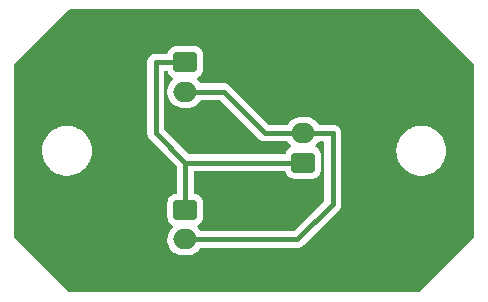
<source format=gtl>
%TF.GenerationSoftware,KiCad,Pcbnew,(6.0.7)*%
%TF.CreationDate,2022-09-09T14:18:56-05:00*%
%TF.ProjectId,Voron Fan PCB,566f726f-6e20-4466-916e-205043422e6b,rev?*%
%TF.SameCoordinates,Original*%
%TF.FileFunction,Copper,L1,Top*%
%TF.FilePolarity,Positive*%
%FSLAX46Y46*%
G04 Gerber Fmt 4.6, Leading zero omitted, Abs format (unit mm)*
G04 Created by KiCad (PCBNEW (6.0.7)) date 2022-09-09 14:18:56*
%MOMM*%
%LPD*%
G01*
G04 APERTURE LIST*
G04 Aperture macros list*
%AMRoundRect*
0 Rectangle with rounded corners*
0 $1 Rounding radius*
0 $2 $3 $4 $5 $6 $7 $8 $9 X,Y pos of 4 corners*
0 Add a 4 corners polygon primitive as box body*
4,1,4,$2,$3,$4,$5,$6,$7,$8,$9,$2,$3,0*
0 Add four circle primitives for the rounded corners*
1,1,$1+$1,$2,$3*
1,1,$1+$1,$4,$5*
1,1,$1+$1,$6,$7*
1,1,$1+$1,$8,$9*
0 Add four rect primitives between the rounded corners*
20,1,$1+$1,$2,$3,$4,$5,0*
20,1,$1+$1,$4,$5,$6,$7,0*
20,1,$1+$1,$6,$7,$8,$9,0*
20,1,$1+$1,$8,$9,$2,$3,0*%
G04 Aperture macros list end*
%TA.AperFunction,ComponentPad*%
%ADD10RoundRect,0.250000X0.750000X-0.600000X0.750000X0.600000X-0.750000X0.600000X-0.750000X-0.600000X0*%
%TD*%
%TA.AperFunction,ComponentPad*%
%ADD11O,2.000000X1.700000*%
%TD*%
%TA.AperFunction,ComponentPad*%
%ADD12RoundRect,0.250000X-0.750000X0.600000X-0.750000X-0.600000X0.750000X-0.600000X0.750000X0.600000X0*%
%TD*%
%TA.AperFunction,Conductor*%
%ADD13C,0.406000*%
%TD*%
G04 APERTURE END LIST*
D10*
%TO.P,Board,1,Pin_1*%
%TO.N,Net-(J1-Pad1)*%
X90000000Y-58500000D03*
D11*
%TO.P,Board,2,Pin_2*%
%TO.N,Net-(J1-Pad2)*%
X90000000Y-56000000D03*
%TD*%
D12*
%TO.P,Fan 1,1,Pin_1*%
%TO.N,Net-(J1-Pad1)*%
X80000000Y-62500000D03*
D11*
%TO.P,Fan 1,2,Pin_2*%
%TO.N,Net-(J1-Pad2)*%
X80000000Y-65000000D03*
%TD*%
D12*
%TO.P,Fan 2,1,Pin_1*%
%TO.N,Net-(J1-Pad1)*%
X80000000Y-50000000D03*
D11*
%TO.P,Fan 2,2,Pin_2*%
%TO.N,Net-(J1-Pad2)*%
X80000000Y-52500000D03*
%TD*%
D13*
%TO.N,Net-(J1-Pad1)*%
X90000000Y-58500000D02*
X80000000Y-58500000D01*
X77500000Y-56000000D02*
X80000000Y-58500000D01*
X77500000Y-50000000D02*
X77500000Y-56000000D01*
X80000000Y-50000000D02*
X77500000Y-50000000D01*
X80000000Y-58500000D02*
X80000000Y-62500000D01*
%TO.N,Net-(J1-Pad2)*%
X86750000Y-56000000D02*
X90000000Y-56000000D01*
X92500000Y-56000000D02*
X90000000Y-56000000D01*
X92500000Y-62000000D02*
X92500000Y-56000000D01*
X89500000Y-65000000D02*
X92500000Y-62000000D01*
X83250000Y-52500000D02*
X86750000Y-56000000D01*
X80000000Y-52500000D02*
X83250000Y-52500000D01*
X80000000Y-65000000D02*
X89500000Y-65000000D01*
%TD*%
%TA.AperFunction,NonConductor*%
G36*
X78464903Y-50731502D02*
G01*
X78511396Y-50785158D01*
X78516303Y-50797616D01*
X78558450Y-50923946D01*
X78651522Y-51074348D01*
X78776697Y-51199305D01*
X78922340Y-51289081D01*
X78969832Y-51341852D01*
X78981256Y-51411924D01*
X78952982Y-51477048D01*
X78943195Y-51487510D01*
X78828865Y-51596576D01*
X78691246Y-51781542D01*
X78688830Y-51786293D01*
X78688828Y-51786297D01*
X78648514Y-51865590D01*
X78586760Y-51987051D01*
X78585178Y-51992145D01*
X78585177Y-51992148D01*
X78578273Y-52014384D01*
X78518393Y-52207227D01*
X78488102Y-52435774D01*
X78496751Y-52666158D01*
X78544093Y-52891791D01*
X78628776Y-53106221D01*
X78631543Y-53110780D01*
X78631544Y-53110783D01*
X78715056Y-53248405D01*
X78748377Y-53303317D01*
X78751874Y-53307347D01*
X78838438Y-53407103D01*
X78899477Y-53477445D01*
X78903608Y-53480832D01*
X79073627Y-53620240D01*
X79073633Y-53620244D01*
X79077755Y-53623624D01*
X79082391Y-53626263D01*
X79082394Y-53626265D01*
X79191422Y-53688327D01*
X79278114Y-53737675D01*
X79494825Y-53816337D01*
X79500074Y-53817286D01*
X79500077Y-53817287D01*
X79717608Y-53856623D01*
X79717615Y-53856624D01*
X79721692Y-53857361D01*
X79739414Y-53858197D01*
X79744356Y-53858430D01*
X79744363Y-53858430D01*
X79745844Y-53858500D01*
X80207890Y-53858500D01*
X80274809Y-53852822D01*
X80374409Y-53844371D01*
X80374413Y-53844370D01*
X80379720Y-53843920D01*
X80384875Y-53842582D01*
X80384881Y-53842581D01*
X80597703Y-53787343D01*
X80597707Y-53787342D01*
X80602872Y-53786001D01*
X80607738Y-53783809D01*
X80607741Y-53783808D01*
X80808202Y-53693507D01*
X80813075Y-53691312D01*
X81004319Y-53562559D01*
X81171135Y-53403424D01*
X81276144Y-53262287D01*
X81332854Y-53219574D01*
X81377233Y-53211500D01*
X82903097Y-53211500D01*
X82971218Y-53231502D01*
X82992192Y-53248405D01*
X86226358Y-56482571D01*
X86232212Y-56488836D01*
X86270417Y-56532631D01*
X86322917Y-56569528D01*
X86328202Y-56573454D01*
X86372738Y-56608374D01*
X86378716Y-56613061D01*
X86385639Y-56616187D01*
X86387672Y-56617418D01*
X86403007Y-56626165D01*
X86405097Y-56627286D01*
X86411311Y-56631653D01*
X86418388Y-56634412D01*
X86471109Y-56654967D01*
X86477181Y-56657519D01*
X86535669Y-56683928D01*
X86543141Y-56685313D01*
X86545436Y-56686032D01*
X86562375Y-56690858D01*
X86564682Y-56691450D01*
X86571757Y-56694209D01*
X86579286Y-56695200D01*
X86579289Y-56695201D01*
X86623273Y-56700991D01*
X86635403Y-56702588D01*
X86641900Y-56703616D01*
X86704996Y-56715311D01*
X86712576Y-56714874D01*
X86712577Y-56714874D01*
X86767467Y-56711709D01*
X86774720Y-56711500D01*
X88621736Y-56711500D01*
X88689857Y-56731502D01*
X88729454Y-56772134D01*
X88745606Y-56798751D01*
X88748377Y-56803317D01*
X88751874Y-56807347D01*
X88844913Y-56914565D01*
X88899477Y-56977445D01*
X88935120Y-57006670D01*
X88975114Y-57065329D01*
X88977046Y-57136299D01*
X88940302Y-57197048D01*
X88921532Y-57211248D01*
X88911507Y-57217452D01*
X88775652Y-57301522D01*
X88650695Y-57426697D01*
X88646855Y-57432927D01*
X88646854Y-57432928D01*
X88570298Y-57557125D01*
X88557885Y-57577262D01*
X88526877Y-57670748D01*
X88516456Y-57702167D01*
X88476025Y-57760527D01*
X88410461Y-57787764D01*
X88396863Y-57788500D01*
X80346903Y-57788500D01*
X80278782Y-57768498D01*
X80257808Y-57751595D01*
X78248405Y-55742192D01*
X78214379Y-55679880D01*
X78211500Y-55653097D01*
X78211500Y-50837500D01*
X78231502Y-50769379D01*
X78285158Y-50722886D01*
X78337500Y-50711500D01*
X78396782Y-50711500D01*
X78464903Y-50731502D01*
G37*
%TD.AperFunction*%
%TA.AperFunction,NonConductor*%
G36*
X91730621Y-56731502D02*
G01*
X91777114Y-56785158D01*
X91788500Y-56837500D01*
X91788500Y-61653097D01*
X91768498Y-61721218D01*
X91751595Y-61742192D01*
X89242192Y-64251595D01*
X89179880Y-64285621D01*
X89153097Y-64288500D01*
X81378264Y-64288500D01*
X81310143Y-64268498D01*
X81270546Y-64227866D01*
X81254394Y-64201249D01*
X81254392Y-64201247D01*
X81251623Y-64196683D01*
X81164755Y-64096576D01*
X81104023Y-64026588D01*
X81104021Y-64026586D01*
X81100523Y-64022555D01*
X81064880Y-63993330D01*
X81024886Y-63934671D01*
X81022954Y-63863701D01*
X81059698Y-63802952D01*
X81078468Y-63788752D01*
X81218120Y-63702332D01*
X81224348Y-63698478D01*
X81349305Y-63573303D01*
X81442115Y-63422738D01*
X81497797Y-63254861D01*
X81508500Y-63150400D01*
X81508500Y-61849600D01*
X81497526Y-61743834D01*
X81441550Y-61576054D01*
X81348478Y-61425652D01*
X81223303Y-61300695D01*
X81217072Y-61296854D01*
X81078968Y-61211725D01*
X81078966Y-61211724D01*
X81072738Y-61207885D01*
X80912254Y-61154655D01*
X80911389Y-61154368D01*
X80911387Y-61154368D01*
X80904861Y-61152203D01*
X80898023Y-61151502D01*
X80898021Y-61151502D01*
X80824657Y-61143985D01*
X80758930Y-61117143D01*
X80718148Y-61059028D01*
X80711500Y-61018641D01*
X80711500Y-59337500D01*
X80731502Y-59269379D01*
X80785158Y-59222886D01*
X80837500Y-59211500D01*
X88396782Y-59211500D01*
X88464903Y-59231502D01*
X88511396Y-59285158D01*
X88516303Y-59297616D01*
X88558450Y-59423946D01*
X88651522Y-59574348D01*
X88776697Y-59699305D01*
X88782927Y-59703145D01*
X88782928Y-59703146D01*
X88920090Y-59787694D01*
X88927262Y-59792115D01*
X89007005Y-59818564D01*
X89088611Y-59845632D01*
X89088613Y-59845632D01*
X89095139Y-59847797D01*
X89101975Y-59848497D01*
X89101978Y-59848498D01*
X89145031Y-59852909D01*
X89199600Y-59858500D01*
X90800400Y-59858500D01*
X90803646Y-59858163D01*
X90803650Y-59858163D01*
X90899308Y-59848238D01*
X90899312Y-59848237D01*
X90906166Y-59847526D01*
X90912702Y-59845345D01*
X90912704Y-59845345D01*
X91044806Y-59801272D01*
X91073946Y-59791550D01*
X91224348Y-59698478D01*
X91349305Y-59573303D01*
X91356697Y-59561311D01*
X91438275Y-59428968D01*
X91438276Y-59428966D01*
X91442115Y-59422738D01*
X91497797Y-59254861D01*
X91500191Y-59231502D01*
X91508172Y-59153598D01*
X91508500Y-59150400D01*
X91508500Y-57849600D01*
X91506530Y-57830613D01*
X91498238Y-57750692D01*
X91498237Y-57750688D01*
X91497526Y-57743834D01*
X91441550Y-57576054D01*
X91348478Y-57425652D01*
X91223303Y-57300695D01*
X91077660Y-57210919D01*
X91030168Y-57158148D01*
X91018744Y-57088076D01*
X91047018Y-57022952D01*
X91056805Y-57012490D01*
X91103385Y-56968054D01*
X91171135Y-56903424D01*
X91276144Y-56762287D01*
X91332854Y-56719574D01*
X91377233Y-56711500D01*
X91662500Y-56711500D01*
X91730621Y-56731502D01*
G37*
%TD.AperFunction*%
%TA.AperFunction,NonConductor*%
G36*
X99805304Y-45528502D02*
G01*
X99826278Y-45545405D01*
X104454595Y-50173723D01*
X104488621Y-50236035D01*
X104491500Y-50262818D01*
X104491500Y-64737183D01*
X104471498Y-64805304D01*
X104454595Y-64826278D01*
X99826278Y-69454595D01*
X99763966Y-69488621D01*
X99737183Y-69491500D01*
X70262817Y-69491500D01*
X70194696Y-69471498D01*
X70173722Y-69454595D01*
X65545405Y-64826278D01*
X65511379Y-64763966D01*
X65508500Y-64737183D01*
X65508500Y-57477869D01*
X67886689Y-57477869D01*
X67903238Y-57764883D01*
X67904063Y-57769088D01*
X67904064Y-57769096D01*
X67936010Y-57931921D01*
X67958586Y-58046995D01*
X67959973Y-58051045D01*
X67959974Y-58051050D01*
X68035557Y-58271807D01*
X68051710Y-58318986D01*
X68053637Y-58322817D01*
X68141310Y-58497135D01*
X68180885Y-58575822D01*
X68222166Y-58635886D01*
X68331325Y-58794713D01*
X68343721Y-58812750D01*
X68537206Y-59025388D01*
X68540501Y-59028143D01*
X68540502Y-59028144D01*
X68591258Y-59070582D01*
X68757759Y-59209798D01*
X69001298Y-59362571D01*
X69263318Y-59480877D01*
X69267437Y-59482097D01*
X69534857Y-59561311D01*
X69534862Y-59561312D01*
X69538970Y-59562529D01*
X69543204Y-59563177D01*
X69543209Y-59563178D01*
X69791811Y-59601219D01*
X69823153Y-59606015D01*
X69969485Y-59608314D01*
X70106317Y-59610464D01*
X70106323Y-59610464D01*
X70110608Y-59610531D01*
X70114860Y-59610016D01*
X70114868Y-59610016D01*
X70391756Y-59576508D01*
X70391761Y-59576507D01*
X70396017Y-59575992D01*
X70674097Y-59503039D01*
X70939704Y-59393021D01*
X71173903Y-59256166D01*
X71184219Y-59250138D01*
X71184220Y-59250137D01*
X71187922Y-59247974D01*
X71414159Y-59070582D01*
X71455285Y-59028144D01*
X71611244Y-58867206D01*
X71614227Y-58864128D01*
X71616760Y-58860680D01*
X71616764Y-58860675D01*
X71781887Y-58635886D01*
X71784425Y-58632431D01*
X71921604Y-58379779D01*
X72023225Y-58110848D01*
X72079680Y-57864350D01*
X72086449Y-57834797D01*
X72086450Y-57834793D01*
X72087407Y-57830613D01*
X72091166Y-57788500D01*
X72112743Y-57546726D01*
X72112743Y-57546724D01*
X72112963Y-57544260D01*
X72113427Y-57500000D01*
X72111479Y-57471428D01*
X72094165Y-57217452D01*
X72094164Y-57217446D01*
X72093873Y-57213175D01*
X72089336Y-57191264D01*
X72036443Y-56935855D01*
X72035574Y-56931658D01*
X71939607Y-56660657D01*
X71807750Y-56405188D01*
X71794488Y-56386317D01*
X71725095Y-56287582D01*
X71642441Y-56169977D01*
X71519346Y-56037511D01*
X76784257Y-56037511D01*
X76785562Y-56044987D01*
X76785562Y-56044990D01*
X76795291Y-56100734D01*
X76796254Y-56107260D01*
X76803963Y-56170963D01*
X76806648Y-56178070D01*
X76807216Y-56180381D01*
X76811878Y-56197422D01*
X76812560Y-56199682D01*
X76813865Y-56207157D01*
X76839670Y-56265944D01*
X76842151Y-56272024D01*
X76864835Y-56332056D01*
X76869140Y-56338319D01*
X76870270Y-56340481D01*
X76878801Y-56355809D01*
X76880030Y-56357887D01*
X76883083Y-56364843D01*
X76887706Y-56370868D01*
X76887711Y-56370876D01*
X76922160Y-56415769D01*
X76926024Y-56421086D01*
X76962376Y-56473979D01*
X76968046Y-56479031D01*
X76968047Y-56479032D01*
X77009106Y-56515614D01*
X77014382Y-56520595D01*
X79251595Y-58757808D01*
X79285621Y-58820120D01*
X79288500Y-58846903D01*
X79288500Y-61018673D01*
X79268498Y-61086794D01*
X79214842Y-61133287D01*
X79175504Y-61144000D01*
X79100692Y-61151762D01*
X79100688Y-61151763D01*
X79093834Y-61152474D01*
X79087298Y-61154655D01*
X79087296Y-61154655D01*
X78955194Y-61198728D01*
X78926054Y-61208450D01*
X78775652Y-61301522D01*
X78650695Y-61426697D01*
X78557885Y-61577262D01*
X78502203Y-61745139D01*
X78491500Y-61849600D01*
X78491500Y-63150400D01*
X78502474Y-63256166D01*
X78558450Y-63423946D01*
X78651522Y-63574348D01*
X78776697Y-63699305D01*
X78922340Y-63789081D01*
X78969832Y-63841852D01*
X78981256Y-63911924D01*
X78952982Y-63977048D01*
X78943195Y-63987510D01*
X78828865Y-64096576D01*
X78691246Y-64281542D01*
X78586760Y-64487051D01*
X78518393Y-64707227D01*
X78517692Y-64712516D01*
X78507506Y-64789373D01*
X78488102Y-64935774D01*
X78496751Y-65166158D01*
X78544093Y-65391791D01*
X78546051Y-65396750D01*
X78546052Y-65396752D01*
X78601686Y-65537624D01*
X78628776Y-65606221D01*
X78631543Y-65610780D01*
X78631544Y-65610783D01*
X78695236Y-65715743D01*
X78748377Y-65803317D01*
X78751874Y-65807347D01*
X78838438Y-65907103D01*
X78899477Y-65977445D01*
X78903608Y-65980832D01*
X79073627Y-66120240D01*
X79073633Y-66120244D01*
X79077755Y-66123624D01*
X79082391Y-66126263D01*
X79082394Y-66126265D01*
X79191422Y-66188327D01*
X79278114Y-66237675D01*
X79494825Y-66316337D01*
X79500074Y-66317286D01*
X79500077Y-66317287D01*
X79717608Y-66356623D01*
X79717615Y-66356624D01*
X79721692Y-66357361D01*
X79739414Y-66358197D01*
X79744356Y-66358430D01*
X79744363Y-66358430D01*
X79745844Y-66358500D01*
X80207890Y-66358500D01*
X80274809Y-66352822D01*
X80374409Y-66344371D01*
X80374413Y-66344370D01*
X80379720Y-66343920D01*
X80384875Y-66342582D01*
X80384881Y-66342581D01*
X80597703Y-66287343D01*
X80597707Y-66287342D01*
X80602872Y-66286001D01*
X80607738Y-66283809D01*
X80607741Y-66283808D01*
X80808202Y-66193507D01*
X80813075Y-66191312D01*
X81004319Y-66062559D01*
X81171135Y-65903424D01*
X81276144Y-65762287D01*
X81332854Y-65719574D01*
X81377233Y-65711500D01*
X89470982Y-65711500D01*
X89479551Y-65711792D01*
X89529935Y-65715227D01*
X89529939Y-65715227D01*
X89537511Y-65715743D01*
X89544987Y-65714438D01*
X89544990Y-65714438D01*
X89600734Y-65704709D01*
X89607260Y-65703746D01*
X89663420Y-65696950D01*
X89663422Y-65696950D01*
X89670963Y-65696037D01*
X89678070Y-65693352D01*
X89680381Y-65692784D01*
X89697422Y-65688122D01*
X89699682Y-65687440D01*
X89707157Y-65686135D01*
X89765944Y-65660330D01*
X89772025Y-65657849D01*
X89824946Y-65637852D01*
X89824948Y-65637851D01*
X89832056Y-65635165D01*
X89838319Y-65630860D01*
X89840481Y-65629730D01*
X89855809Y-65621199D01*
X89857887Y-65619970D01*
X89864843Y-65616917D01*
X89870868Y-65612294D01*
X89870876Y-65612289D01*
X89915769Y-65577840D01*
X89921086Y-65573976D01*
X89973979Y-65537624D01*
X90015615Y-65490893D01*
X90020595Y-65485618D01*
X92982571Y-62523642D01*
X92988836Y-62517788D01*
X93032631Y-62479583D01*
X93069533Y-62427076D01*
X93073466Y-62421782D01*
X93108372Y-62377264D01*
X93113062Y-62371283D01*
X93116189Y-62364358D01*
X93117425Y-62362317D01*
X93126177Y-62346972D01*
X93127288Y-62344900D01*
X93131653Y-62338689D01*
X93154963Y-62278903D01*
X93157519Y-62272822D01*
X93180802Y-62221255D01*
X93183929Y-62214330D01*
X93185314Y-62206860D01*
X93186028Y-62204580D01*
X93190858Y-62187625D01*
X93191450Y-62185320D01*
X93194209Y-62178243D01*
X93202586Y-62114609D01*
X93203617Y-62108101D01*
X93213928Y-62052469D01*
X93215312Y-62045004D01*
X93211709Y-61982516D01*
X93211500Y-61975263D01*
X93211500Y-57477869D01*
X97886689Y-57477869D01*
X97903238Y-57764883D01*
X97904063Y-57769088D01*
X97904064Y-57769096D01*
X97936010Y-57931921D01*
X97958586Y-58046995D01*
X97959973Y-58051045D01*
X97959974Y-58051050D01*
X98035557Y-58271807D01*
X98051710Y-58318986D01*
X98053637Y-58322817D01*
X98141310Y-58497135D01*
X98180885Y-58575822D01*
X98222166Y-58635886D01*
X98331325Y-58794713D01*
X98343721Y-58812750D01*
X98537206Y-59025388D01*
X98540501Y-59028143D01*
X98540502Y-59028144D01*
X98591258Y-59070582D01*
X98757759Y-59209798D01*
X99001298Y-59362571D01*
X99263318Y-59480877D01*
X99267437Y-59482097D01*
X99534857Y-59561311D01*
X99534862Y-59561312D01*
X99538970Y-59562529D01*
X99543204Y-59563177D01*
X99543209Y-59563178D01*
X99791811Y-59601219D01*
X99823153Y-59606015D01*
X99969485Y-59608314D01*
X100106317Y-59610464D01*
X100106323Y-59610464D01*
X100110608Y-59610531D01*
X100114860Y-59610016D01*
X100114868Y-59610016D01*
X100391756Y-59576508D01*
X100391761Y-59576507D01*
X100396017Y-59575992D01*
X100674097Y-59503039D01*
X100939704Y-59393021D01*
X101173903Y-59256166D01*
X101184219Y-59250138D01*
X101184220Y-59250137D01*
X101187922Y-59247974D01*
X101414159Y-59070582D01*
X101455285Y-59028144D01*
X101611244Y-58867206D01*
X101614227Y-58864128D01*
X101616760Y-58860680D01*
X101616764Y-58860675D01*
X101781887Y-58635886D01*
X101784425Y-58632431D01*
X101921604Y-58379779D01*
X102023225Y-58110848D01*
X102079680Y-57864350D01*
X102086449Y-57834797D01*
X102086450Y-57834793D01*
X102087407Y-57830613D01*
X102091166Y-57788500D01*
X102112743Y-57546726D01*
X102112743Y-57546724D01*
X102112963Y-57544260D01*
X102113427Y-57500000D01*
X102111479Y-57471428D01*
X102094165Y-57217452D01*
X102094164Y-57217446D01*
X102093873Y-57213175D01*
X102089336Y-57191264D01*
X102036443Y-56935855D01*
X102035574Y-56931658D01*
X101939607Y-56660657D01*
X101807750Y-56405188D01*
X101794488Y-56386317D01*
X101725095Y-56287582D01*
X101642441Y-56169977D01*
X101512306Y-56029935D01*
X101449661Y-55962521D01*
X101449658Y-55962519D01*
X101446740Y-55959378D01*
X101224268Y-55777287D01*
X100979142Y-55627073D01*
X100961048Y-55619130D01*
X100719830Y-55513243D01*
X100715898Y-55511517D01*
X100689963Y-55504129D01*
X100443534Y-55433932D01*
X100443535Y-55433932D01*
X100439406Y-55432756D01*
X100179897Y-55395823D01*
X100159036Y-55392854D01*
X100159034Y-55392854D01*
X100154784Y-55392249D01*
X100150495Y-55392227D01*
X100150488Y-55392226D01*
X99871583Y-55390765D01*
X99871576Y-55390765D01*
X99867297Y-55390743D01*
X99863053Y-55391302D01*
X99863049Y-55391302D01*
X99737660Y-55407810D01*
X99582266Y-55428268D01*
X99578126Y-55429401D01*
X99578124Y-55429401D01*
X99551732Y-55436621D01*
X99304964Y-55504129D01*
X99301016Y-55505813D01*
X99044476Y-55615237D01*
X99044472Y-55615239D01*
X99040524Y-55616923D01*
X98980082Y-55653097D01*
X98797521Y-55762357D01*
X98797517Y-55762360D01*
X98793839Y-55764561D01*
X98569472Y-55944313D01*
X98371577Y-56152851D01*
X98247914Y-56324946D01*
X98214910Y-56370876D01*
X98203814Y-56386317D01*
X98069288Y-56640392D01*
X97970489Y-56910373D01*
X97909245Y-57191264D01*
X97907851Y-57208978D01*
X97887196Y-57471428D01*
X97887195Y-57471428D01*
X97887196Y-57471430D01*
X97886689Y-57477869D01*
X93211500Y-57477869D01*
X93211500Y-56008777D01*
X93211502Y-56008117D01*
X93211674Y-55975267D01*
X93211976Y-55917622D01*
X93210203Y-55910235D01*
X93203148Y-55880847D01*
X93200580Y-55866574D01*
X93196950Y-55836581D01*
X93196037Y-55829037D01*
X93184225Y-55797776D01*
X93179574Y-55782656D01*
X93173547Y-55757554D01*
X93171774Y-55750169D01*
X93154432Y-55716568D01*
X93148533Y-55703320D01*
X93137851Y-55675052D01*
X93135165Y-55667944D01*
X93116234Y-55640400D01*
X93108120Y-55626843D01*
X93092790Y-55597140D01*
X93067926Y-55568637D01*
X93059043Y-55557186D01*
X93037624Y-55526021D01*
X93031955Y-55520970D01*
X93012673Y-55503790D01*
X93001545Y-55492544D01*
X92984579Y-55473096D01*
X92979583Y-55467369D01*
X92948639Y-55445621D01*
X92937285Y-55436621D01*
X92914718Y-55416515D01*
X92914716Y-55416513D01*
X92909045Y-55411461D01*
X92879511Y-55395823D01*
X92866023Y-55387557D01*
X92844907Y-55372717D01*
X92838689Y-55368347D01*
X92831608Y-55365586D01*
X92831604Y-55365584D01*
X92803461Y-55354611D01*
X92790274Y-55348574D01*
X92763565Y-55334433D01*
X92763563Y-55334432D01*
X92756852Y-55330879D01*
X92749490Y-55329030D01*
X92749488Y-55329029D01*
X92724450Y-55322740D01*
X92709375Y-55317929D01*
X92678243Y-55305791D01*
X92640744Y-55300854D01*
X92626498Y-55298136D01*
X92597195Y-55290776D01*
X92597196Y-55290776D01*
X92589830Y-55288926D01*
X92582238Y-55288886D01*
X92582237Y-55288886D01*
X92574281Y-55288844D01*
X92549542Y-55288714D01*
X92548167Y-55288666D01*
X92546904Y-55288500D01*
X92508777Y-55288500D01*
X92508117Y-55288498D01*
X92422045Y-55288047D01*
X92422042Y-55288047D01*
X92417622Y-55288024D01*
X92416099Y-55288390D01*
X92414184Y-55288500D01*
X91378264Y-55288500D01*
X91310143Y-55268498D01*
X91270546Y-55227866D01*
X91254394Y-55201249D01*
X91254392Y-55201247D01*
X91251623Y-55196683D01*
X91164755Y-55096576D01*
X91104023Y-55026588D01*
X91104021Y-55026586D01*
X91100523Y-55022555D01*
X91058970Y-54988484D01*
X90926373Y-54879760D01*
X90926367Y-54879756D01*
X90922245Y-54876376D01*
X90917609Y-54873737D01*
X90917606Y-54873735D01*
X90726529Y-54764968D01*
X90721886Y-54762325D01*
X90505175Y-54683663D01*
X90499926Y-54682714D01*
X90499923Y-54682713D01*
X90282392Y-54643377D01*
X90282385Y-54643376D01*
X90278308Y-54642639D01*
X90260586Y-54641803D01*
X90255644Y-54641570D01*
X90255637Y-54641570D01*
X90254156Y-54641500D01*
X89792110Y-54641500D01*
X89725191Y-54647178D01*
X89625591Y-54655629D01*
X89625587Y-54655630D01*
X89620280Y-54656080D01*
X89615125Y-54657418D01*
X89615119Y-54657419D01*
X89402297Y-54712657D01*
X89402293Y-54712658D01*
X89397128Y-54713999D01*
X89392262Y-54716191D01*
X89392259Y-54716192D01*
X89283980Y-54764968D01*
X89186925Y-54808688D01*
X88995681Y-54937441D01*
X88828865Y-55096576D01*
X88757382Y-55192653D01*
X88723856Y-55237713D01*
X88667146Y-55280426D01*
X88622767Y-55288500D01*
X87096903Y-55288500D01*
X87028782Y-55268498D01*
X87007808Y-55251595D01*
X83773642Y-52017429D01*
X83767788Y-52011164D01*
X83751199Y-51992148D01*
X83729583Y-51967369D01*
X83677076Y-51930467D01*
X83671782Y-51926534D01*
X83627264Y-51891628D01*
X83621283Y-51886938D01*
X83614358Y-51883811D01*
X83612317Y-51882575D01*
X83596972Y-51873823D01*
X83594900Y-51872712D01*
X83588689Y-51868347D01*
X83528903Y-51845037D01*
X83522822Y-51842481D01*
X83508442Y-51835988D01*
X83464330Y-51816071D01*
X83456860Y-51814686D01*
X83454580Y-51813972D01*
X83437597Y-51809134D01*
X83435314Y-51808548D01*
X83428243Y-51805791D01*
X83420718Y-51804800D01*
X83420717Y-51804800D01*
X83364595Y-51797411D01*
X83358083Y-51796379D01*
X83302473Y-51786073D01*
X83302471Y-51786073D01*
X83295004Y-51784689D01*
X83287423Y-51785126D01*
X83287422Y-51785126D01*
X83232533Y-51788291D01*
X83225280Y-51788500D01*
X81378264Y-51788500D01*
X81310143Y-51768498D01*
X81270546Y-51727866D01*
X81254394Y-51701249D01*
X81254392Y-51701247D01*
X81251623Y-51696683D01*
X81164755Y-51596576D01*
X81104023Y-51526588D01*
X81104021Y-51526586D01*
X81100523Y-51522555D01*
X81064880Y-51493330D01*
X81024886Y-51434671D01*
X81022954Y-51363701D01*
X81059698Y-51302952D01*
X81078468Y-51288752D01*
X81218120Y-51202332D01*
X81224348Y-51198478D01*
X81349305Y-51073303D01*
X81442115Y-50922738D01*
X81497797Y-50754861D01*
X81500191Y-50731502D01*
X81508172Y-50653598D01*
X81508500Y-50650400D01*
X81508500Y-49349600D01*
X81506644Y-49331710D01*
X81498238Y-49250692D01*
X81498237Y-49250688D01*
X81497526Y-49243834D01*
X81441550Y-49076054D01*
X81348478Y-48925652D01*
X81223303Y-48800695D01*
X81217072Y-48796854D01*
X81078968Y-48711725D01*
X81078966Y-48711724D01*
X81072738Y-48707885D01*
X80912254Y-48654655D01*
X80911389Y-48654368D01*
X80911387Y-48654368D01*
X80904861Y-48652203D01*
X80898025Y-48651503D01*
X80898022Y-48651502D01*
X80854969Y-48647091D01*
X80800400Y-48641500D01*
X79199600Y-48641500D01*
X79196354Y-48641837D01*
X79196350Y-48641837D01*
X79100692Y-48651762D01*
X79100688Y-48651763D01*
X79093834Y-48652474D01*
X79087298Y-48654655D01*
X79087296Y-48654655D01*
X78955194Y-48698728D01*
X78926054Y-48708450D01*
X78775652Y-48801522D01*
X78650695Y-48926697D01*
X78557885Y-49077262D01*
X78522373Y-49184328D01*
X78516456Y-49202167D01*
X78476025Y-49260527D01*
X78410461Y-49287764D01*
X78396863Y-49288500D01*
X77508777Y-49288500D01*
X77508117Y-49288498D01*
X77417622Y-49288024D01*
X77410238Y-49289797D01*
X77410235Y-49289797D01*
X77380847Y-49296852D01*
X77366574Y-49299420D01*
X77336581Y-49303050D01*
X77329037Y-49303963D01*
X77321931Y-49306648D01*
X77297776Y-49315775D01*
X77282656Y-49320426D01*
X77250169Y-49328226D01*
X77216571Y-49345567D01*
X77203320Y-49351467D01*
X77167944Y-49364835D01*
X77140400Y-49383766D01*
X77126843Y-49391880D01*
X77097140Y-49407210D01*
X77068642Y-49432071D01*
X77057186Y-49440957D01*
X77026021Y-49462376D01*
X77020970Y-49468045D01*
X77003790Y-49487327D01*
X76992544Y-49498455D01*
X76967369Y-49520417D01*
X76945621Y-49551361D01*
X76936621Y-49562715D01*
X76916515Y-49585282D01*
X76911461Y-49590955D01*
X76902025Y-49608776D01*
X76895823Y-49620489D01*
X76887557Y-49633977D01*
X76868347Y-49661311D01*
X76865586Y-49668392D01*
X76865584Y-49668396D01*
X76854611Y-49696539D01*
X76848574Y-49709726D01*
X76841431Y-49723218D01*
X76830879Y-49743148D01*
X76829030Y-49750510D01*
X76829029Y-49750512D01*
X76822740Y-49775550D01*
X76817929Y-49790624D01*
X76805791Y-49821757D01*
X76804800Y-49829284D01*
X76800854Y-49859255D01*
X76798136Y-49873502D01*
X76788926Y-49910170D01*
X76788886Y-49917762D01*
X76788886Y-49917763D01*
X76788715Y-49950444D01*
X76788666Y-49951833D01*
X76788500Y-49953096D01*
X76788500Y-49991223D01*
X76788498Y-49991883D01*
X76788024Y-50082378D01*
X76788390Y-50083901D01*
X76788500Y-50085816D01*
X76788500Y-55970982D01*
X76788208Y-55979551D01*
X76786216Y-56008777D01*
X76784257Y-56037511D01*
X71519346Y-56037511D01*
X71512306Y-56029935D01*
X71449661Y-55962521D01*
X71449658Y-55962519D01*
X71446740Y-55959378D01*
X71224268Y-55777287D01*
X70979142Y-55627073D01*
X70961048Y-55619130D01*
X70719830Y-55513243D01*
X70715898Y-55511517D01*
X70689963Y-55504129D01*
X70443534Y-55433932D01*
X70443535Y-55433932D01*
X70439406Y-55432756D01*
X70179897Y-55395823D01*
X70159036Y-55392854D01*
X70159034Y-55392854D01*
X70154784Y-55392249D01*
X70150495Y-55392227D01*
X70150488Y-55392226D01*
X69871583Y-55390765D01*
X69871576Y-55390765D01*
X69867297Y-55390743D01*
X69863053Y-55391302D01*
X69863049Y-55391302D01*
X69737660Y-55407810D01*
X69582266Y-55428268D01*
X69578126Y-55429401D01*
X69578124Y-55429401D01*
X69551732Y-55436621D01*
X69304964Y-55504129D01*
X69301016Y-55505813D01*
X69044476Y-55615237D01*
X69044472Y-55615239D01*
X69040524Y-55616923D01*
X68980082Y-55653097D01*
X68797521Y-55762357D01*
X68797517Y-55762360D01*
X68793839Y-55764561D01*
X68569472Y-55944313D01*
X68371577Y-56152851D01*
X68247914Y-56324946D01*
X68214910Y-56370876D01*
X68203814Y-56386317D01*
X68069288Y-56640392D01*
X67970489Y-56910373D01*
X67909245Y-57191264D01*
X67907851Y-57208978D01*
X67887196Y-57471428D01*
X67887195Y-57471428D01*
X67887196Y-57471430D01*
X67886689Y-57477869D01*
X65508500Y-57477869D01*
X65508500Y-50262817D01*
X65528502Y-50194696D01*
X65545405Y-50173722D01*
X70173723Y-45545405D01*
X70236035Y-45511379D01*
X70262818Y-45508500D01*
X99737183Y-45508500D01*
X99805304Y-45528502D01*
G37*
%TD.AperFunction*%
M02*

</source>
